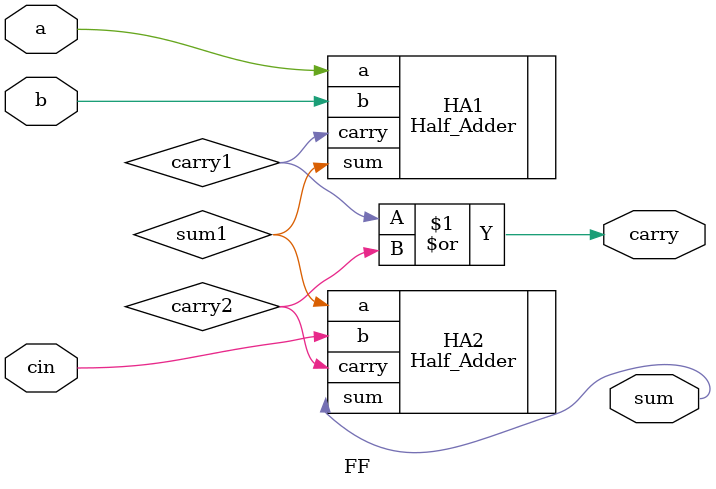
<source format=sv>
`timescale 1ns / 1ps


module FF(input logic a, b, cin, output logic sum, carry);  
   
   
    logic sum1, carry1, carry2;
    Half_Adder HA1(.a(a), .b(b), .sum(sum1), .carry(carry1));
    Half_Adder HA2(.a(sum1), .b(cin), .sum(sum), .carry(carry2)); 
    
    
    
    or(carry, carry1, carry2);
    
    endmodule


</source>
